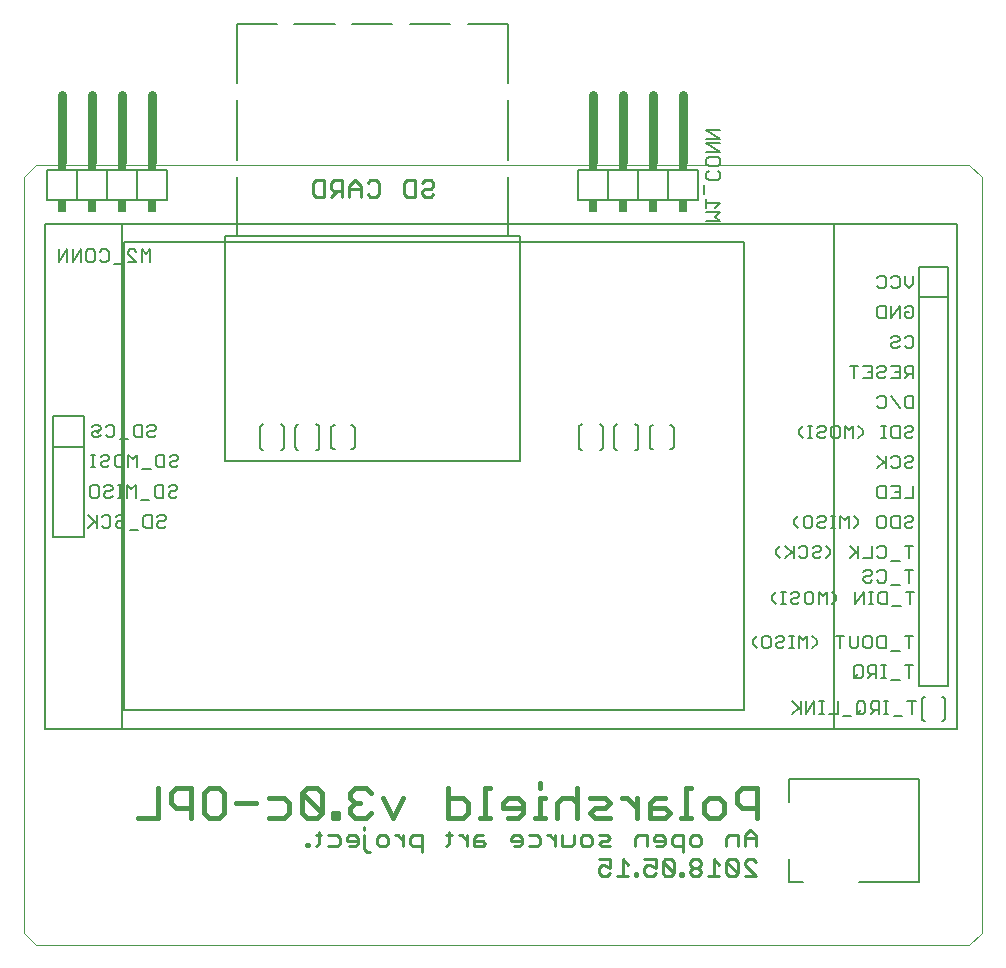
<source format=gbo>
G75*
%MOIN*%
%OFA0B0*%
%FSLAX25Y25*%
%IPPOS*%
%LPD*%
%AMOC8*
5,1,8,0,0,1.08239X$1,22.5*
%
%ADD10C,0.00000*%
%ADD11C,0.00800*%
%ADD12C,0.01000*%
%ADD13C,0.01800*%
%ADD14C,0.00500*%
%ADD15C,0.00600*%
%ADD16C,0.03000*%
%ADD17R,0.03000X0.02000*%
%ADD18R,0.03000X0.04000*%
D10*
X0001000Y0004937D02*
X0001000Y0256906D01*
X0004937Y0260843D01*
X0315961Y0260843D01*
X0320409Y0256906D01*
X0320409Y0004937D01*
X0315961Y0001000D01*
X0004937Y0001000D01*
X0001000Y0004937D01*
D11*
X0022416Y0140061D02*
X0024518Y0142163D01*
X0025218Y0141463D02*
X0022416Y0144265D01*
X0025218Y0144265D02*
X0025218Y0140061D01*
X0027020Y0140762D02*
X0027720Y0140061D01*
X0029122Y0140061D01*
X0029822Y0140762D01*
X0029822Y0143564D01*
X0029122Y0144265D01*
X0027720Y0144265D01*
X0027020Y0143564D01*
X0031624Y0143564D02*
X0032324Y0144265D01*
X0033725Y0144265D01*
X0034426Y0143564D01*
X0034426Y0142864D01*
X0033725Y0142163D01*
X0032324Y0142163D01*
X0031624Y0141463D01*
X0031624Y0140762D01*
X0032324Y0140061D01*
X0033725Y0140061D01*
X0034426Y0140762D01*
X0036228Y0139361D02*
X0039030Y0139361D01*
X0040831Y0140762D02*
X0040831Y0143564D01*
X0041532Y0144265D01*
X0043634Y0144265D01*
X0043634Y0140061D01*
X0041532Y0140061D01*
X0040831Y0140762D01*
X0045435Y0140762D02*
X0046136Y0140061D01*
X0047537Y0140061D01*
X0048238Y0140762D01*
X0047537Y0142163D02*
X0048238Y0142864D01*
X0048238Y0143564D01*
X0047537Y0144265D01*
X0046136Y0144265D01*
X0045435Y0143564D01*
X0046136Y0142163D02*
X0045435Y0141463D01*
X0045435Y0140762D01*
X0046136Y0142163D02*
X0047537Y0142163D01*
X0047413Y0150061D02*
X0045312Y0150061D01*
X0044611Y0150762D01*
X0044611Y0153564D01*
X0045312Y0154265D01*
X0047413Y0154265D01*
X0047413Y0150061D01*
X0049215Y0150762D02*
X0049916Y0150061D01*
X0051317Y0150061D01*
X0052017Y0150762D01*
X0051317Y0152163D02*
X0049916Y0152163D01*
X0049215Y0151463D01*
X0049215Y0150762D01*
X0051317Y0152163D02*
X0052017Y0152864D01*
X0052017Y0153564D01*
X0051317Y0154265D01*
X0049916Y0154265D01*
X0049215Y0153564D01*
X0050309Y0160219D02*
X0051710Y0160219D01*
X0052411Y0160919D01*
X0051710Y0162321D02*
X0050309Y0162321D01*
X0049609Y0161620D01*
X0049609Y0160919D01*
X0050309Y0160219D01*
X0047807Y0160219D02*
X0045705Y0160219D01*
X0045005Y0160919D01*
X0045005Y0163722D01*
X0045705Y0164422D01*
X0047807Y0164422D01*
X0047807Y0160219D01*
X0049609Y0163722D02*
X0050309Y0164422D01*
X0051710Y0164422D01*
X0052411Y0163722D01*
X0052411Y0163021D01*
X0051710Y0162321D01*
X0043203Y0159518D02*
X0040401Y0159518D01*
X0038599Y0160219D02*
X0038599Y0164422D01*
X0037198Y0163021D01*
X0035797Y0164422D01*
X0035797Y0160219D01*
X0033995Y0160919D02*
X0033295Y0160219D01*
X0031894Y0160219D01*
X0031193Y0160919D01*
X0031193Y0163722D01*
X0031894Y0164422D01*
X0033295Y0164422D01*
X0033995Y0163722D01*
X0033995Y0160919D01*
X0029391Y0160919D02*
X0028691Y0160219D01*
X0027290Y0160219D01*
X0026589Y0160919D01*
X0026589Y0161620D01*
X0027290Y0162321D01*
X0028691Y0162321D01*
X0029391Y0163021D01*
X0029391Y0163722D01*
X0028691Y0164422D01*
X0027290Y0164422D01*
X0026589Y0163722D01*
X0024787Y0164422D02*
X0023386Y0164422D01*
X0024087Y0164422D02*
X0024087Y0160219D01*
X0024787Y0160219D02*
X0023386Y0160219D01*
X0023827Y0154265D02*
X0023126Y0153564D01*
X0023126Y0150762D01*
X0023827Y0150061D01*
X0025228Y0150061D01*
X0025928Y0150762D01*
X0025928Y0153564D01*
X0025228Y0154265D01*
X0023827Y0154265D01*
X0027730Y0153564D02*
X0028431Y0154265D01*
X0029832Y0154265D01*
X0030532Y0153564D01*
X0030532Y0152864D01*
X0029832Y0152163D01*
X0028431Y0152163D01*
X0027730Y0151463D01*
X0027730Y0150762D01*
X0028431Y0150061D01*
X0029832Y0150061D01*
X0030532Y0150762D01*
X0032200Y0150061D02*
X0033602Y0150061D01*
X0032901Y0150061D02*
X0032901Y0154265D01*
X0033602Y0154265D02*
X0032200Y0154265D01*
X0035403Y0154265D02*
X0035403Y0150061D01*
X0038206Y0150061D02*
X0038206Y0154265D01*
X0036804Y0152864D01*
X0035403Y0154265D01*
X0040007Y0149361D02*
X0042809Y0149361D01*
X0035723Y0169518D02*
X0032920Y0169518D01*
X0031119Y0170919D02*
X0030418Y0170219D01*
X0029017Y0170219D01*
X0028317Y0170919D01*
X0026515Y0170919D02*
X0025814Y0170219D01*
X0024413Y0170219D01*
X0023713Y0170919D01*
X0023713Y0171620D01*
X0024413Y0172321D01*
X0025814Y0172321D01*
X0026515Y0173021D01*
X0026515Y0173722D01*
X0025814Y0174422D01*
X0024413Y0174422D01*
X0023713Y0173722D01*
X0028317Y0173722D02*
X0029017Y0174422D01*
X0030418Y0174422D01*
X0031119Y0173722D01*
X0031119Y0170919D01*
X0037524Y0170919D02*
X0037524Y0173722D01*
X0038225Y0174422D01*
X0040327Y0174422D01*
X0040327Y0170219D01*
X0038225Y0170219D01*
X0037524Y0170919D01*
X0042128Y0170919D02*
X0042829Y0170219D01*
X0044230Y0170219D01*
X0044931Y0170919D01*
X0044230Y0172321D02*
X0042829Y0172321D01*
X0042128Y0171620D01*
X0042128Y0170919D01*
X0044230Y0172321D02*
X0044931Y0173021D01*
X0044931Y0173722D01*
X0044230Y0174422D01*
X0042829Y0174422D01*
X0042128Y0173722D01*
X0079677Y0173541D02*
X0079677Y0167041D01*
X0079679Y0166981D01*
X0079684Y0166920D01*
X0079693Y0166861D01*
X0079706Y0166802D01*
X0079722Y0166743D01*
X0079742Y0166686D01*
X0079765Y0166631D01*
X0079792Y0166576D01*
X0079821Y0166524D01*
X0079854Y0166473D01*
X0079890Y0166424D01*
X0079928Y0166378D01*
X0079970Y0166334D01*
X0080014Y0166292D01*
X0080060Y0166254D01*
X0080109Y0166218D01*
X0080160Y0166185D01*
X0080212Y0166156D01*
X0080267Y0166129D01*
X0080322Y0166106D01*
X0080379Y0166086D01*
X0080438Y0166070D01*
X0080497Y0166057D01*
X0080556Y0166048D01*
X0080617Y0166043D01*
X0080677Y0166041D01*
X0086677Y0166041D02*
X0086737Y0166043D01*
X0086798Y0166048D01*
X0086857Y0166057D01*
X0086916Y0166070D01*
X0086975Y0166086D01*
X0087032Y0166106D01*
X0087087Y0166129D01*
X0087142Y0166156D01*
X0087194Y0166185D01*
X0087245Y0166218D01*
X0087294Y0166254D01*
X0087340Y0166292D01*
X0087384Y0166334D01*
X0087426Y0166378D01*
X0087464Y0166424D01*
X0087500Y0166473D01*
X0087533Y0166524D01*
X0087562Y0166576D01*
X0087589Y0166631D01*
X0087612Y0166686D01*
X0087632Y0166743D01*
X0087648Y0166802D01*
X0087661Y0166861D01*
X0087670Y0166920D01*
X0087675Y0166981D01*
X0087677Y0167041D01*
X0087677Y0173541D01*
X0087675Y0173601D01*
X0087670Y0173662D01*
X0087661Y0173721D01*
X0087648Y0173780D01*
X0087632Y0173839D01*
X0087612Y0173896D01*
X0087589Y0173951D01*
X0087562Y0174006D01*
X0087533Y0174058D01*
X0087500Y0174109D01*
X0087464Y0174158D01*
X0087426Y0174204D01*
X0087384Y0174248D01*
X0087340Y0174290D01*
X0087294Y0174328D01*
X0087245Y0174364D01*
X0087194Y0174397D01*
X0087142Y0174426D01*
X0087087Y0174453D01*
X0087032Y0174476D01*
X0086975Y0174496D01*
X0086916Y0174512D01*
X0086857Y0174525D01*
X0086798Y0174534D01*
X0086737Y0174539D01*
X0086677Y0174541D01*
X0080677Y0174541D02*
X0080617Y0174539D01*
X0080556Y0174534D01*
X0080497Y0174525D01*
X0080438Y0174512D01*
X0080379Y0174496D01*
X0080322Y0174476D01*
X0080267Y0174453D01*
X0080212Y0174426D01*
X0080160Y0174397D01*
X0080109Y0174364D01*
X0080060Y0174328D01*
X0080014Y0174290D01*
X0079970Y0174248D01*
X0079928Y0174204D01*
X0079890Y0174158D01*
X0079854Y0174109D01*
X0079821Y0174058D01*
X0079792Y0174006D01*
X0079765Y0173951D01*
X0079742Y0173896D01*
X0079722Y0173839D01*
X0079706Y0173780D01*
X0079693Y0173721D01*
X0079684Y0173662D01*
X0079679Y0173601D01*
X0079677Y0173541D01*
X0091488Y0173541D02*
X0091488Y0167041D01*
X0091490Y0166981D01*
X0091495Y0166920D01*
X0091504Y0166861D01*
X0091517Y0166802D01*
X0091533Y0166743D01*
X0091553Y0166686D01*
X0091576Y0166631D01*
X0091603Y0166576D01*
X0091632Y0166524D01*
X0091665Y0166473D01*
X0091701Y0166424D01*
X0091739Y0166378D01*
X0091781Y0166334D01*
X0091825Y0166292D01*
X0091871Y0166254D01*
X0091920Y0166218D01*
X0091971Y0166185D01*
X0092023Y0166156D01*
X0092078Y0166129D01*
X0092133Y0166106D01*
X0092190Y0166086D01*
X0092249Y0166070D01*
X0092308Y0166057D01*
X0092367Y0166048D01*
X0092428Y0166043D01*
X0092488Y0166041D01*
X0098488Y0166041D02*
X0098548Y0166043D01*
X0098609Y0166048D01*
X0098668Y0166057D01*
X0098727Y0166070D01*
X0098786Y0166086D01*
X0098843Y0166106D01*
X0098898Y0166129D01*
X0098953Y0166156D01*
X0099005Y0166185D01*
X0099056Y0166218D01*
X0099105Y0166254D01*
X0099151Y0166292D01*
X0099195Y0166334D01*
X0099237Y0166378D01*
X0099275Y0166424D01*
X0099311Y0166473D01*
X0099344Y0166524D01*
X0099373Y0166576D01*
X0099400Y0166631D01*
X0099423Y0166686D01*
X0099443Y0166743D01*
X0099459Y0166802D01*
X0099472Y0166861D01*
X0099481Y0166920D01*
X0099486Y0166981D01*
X0099488Y0167041D01*
X0099488Y0173541D01*
X0099486Y0173601D01*
X0099481Y0173662D01*
X0099472Y0173721D01*
X0099459Y0173780D01*
X0099443Y0173839D01*
X0099423Y0173896D01*
X0099400Y0173951D01*
X0099373Y0174006D01*
X0099344Y0174058D01*
X0099311Y0174109D01*
X0099275Y0174158D01*
X0099237Y0174204D01*
X0099195Y0174248D01*
X0099151Y0174290D01*
X0099105Y0174328D01*
X0099056Y0174364D01*
X0099005Y0174397D01*
X0098953Y0174426D01*
X0098898Y0174453D01*
X0098843Y0174476D01*
X0098786Y0174496D01*
X0098727Y0174512D01*
X0098668Y0174525D01*
X0098609Y0174534D01*
X0098548Y0174539D01*
X0098488Y0174541D01*
X0103362Y0173441D02*
X0103362Y0167142D01*
X0103361Y0167142D02*
X0103376Y0167081D01*
X0103394Y0167020D01*
X0103416Y0166961D01*
X0103441Y0166903D01*
X0103471Y0166848D01*
X0103503Y0166794D01*
X0103539Y0166742D01*
X0103578Y0166692D01*
X0103620Y0166645D01*
X0103665Y0166601D01*
X0103713Y0166560D01*
X0103763Y0166522D01*
X0103816Y0166487D01*
X0103870Y0166455D01*
X0103927Y0166427D01*
X0103985Y0166402D01*
X0104044Y0166381D01*
X0104105Y0166364D01*
X0104167Y0166351D01*
X0104229Y0166342D01*
X0104292Y0166336D01*
X0104355Y0166335D01*
X0104418Y0166338D01*
X0104481Y0166344D01*
X0104543Y0166354D01*
X0110055Y0166354D02*
X0110115Y0166344D01*
X0110175Y0166338D01*
X0110236Y0166335D01*
X0110296Y0166336D01*
X0110357Y0166340D01*
X0110417Y0166349D01*
X0110476Y0166360D01*
X0110535Y0166376D01*
X0110593Y0166395D01*
X0110649Y0166417D01*
X0110704Y0166443D01*
X0110757Y0166472D01*
X0110809Y0166504D01*
X0110858Y0166539D01*
X0110906Y0166577D01*
X0110950Y0166618D01*
X0110993Y0166661D01*
X0111032Y0166707D01*
X0111069Y0166755D01*
X0111103Y0166806D01*
X0111133Y0166858D01*
X0111161Y0166912D01*
X0111185Y0166968D01*
X0111206Y0167025D01*
X0111223Y0167083D01*
X0111237Y0167142D01*
X0111236Y0167142D02*
X0111236Y0173441D01*
X0111237Y0173441D02*
X0111223Y0173500D01*
X0111206Y0173558D01*
X0111185Y0173615D01*
X0111161Y0173671D01*
X0111133Y0173725D01*
X0111103Y0173777D01*
X0111069Y0173828D01*
X0111032Y0173876D01*
X0110993Y0173922D01*
X0110950Y0173965D01*
X0110906Y0174006D01*
X0110858Y0174044D01*
X0110809Y0174079D01*
X0110757Y0174111D01*
X0110704Y0174140D01*
X0110649Y0174166D01*
X0110593Y0174188D01*
X0110535Y0174207D01*
X0110476Y0174223D01*
X0110417Y0174234D01*
X0110357Y0174243D01*
X0110296Y0174247D01*
X0110236Y0174248D01*
X0110175Y0174245D01*
X0110115Y0174239D01*
X0110055Y0174229D01*
X0104543Y0174229D02*
X0104481Y0174239D01*
X0104418Y0174245D01*
X0104355Y0174248D01*
X0104292Y0174247D01*
X0104229Y0174241D01*
X0104167Y0174232D01*
X0104105Y0174219D01*
X0104044Y0174202D01*
X0103985Y0174181D01*
X0103927Y0174156D01*
X0103870Y0174128D01*
X0103816Y0174096D01*
X0103763Y0174061D01*
X0103713Y0174023D01*
X0103665Y0173982D01*
X0103620Y0173938D01*
X0103578Y0173891D01*
X0103539Y0173841D01*
X0103503Y0173789D01*
X0103471Y0173735D01*
X0103441Y0173680D01*
X0103416Y0173622D01*
X0103394Y0173563D01*
X0103376Y0173502D01*
X0103361Y0173441D01*
X0092488Y0174541D02*
X0092428Y0174539D01*
X0092367Y0174534D01*
X0092308Y0174525D01*
X0092249Y0174512D01*
X0092190Y0174496D01*
X0092133Y0174476D01*
X0092078Y0174453D01*
X0092023Y0174426D01*
X0091971Y0174397D01*
X0091920Y0174364D01*
X0091871Y0174328D01*
X0091825Y0174290D01*
X0091781Y0174248D01*
X0091739Y0174204D01*
X0091701Y0174158D01*
X0091665Y0174109D01*
X0091632Y0174058D01*
X0091603Y0174006D01*
X0091576Y0173951D01*
X0091553Y0173896D01*
X0091533Y0173839D01*
X0091517Y0173780D01*
X0091504Y0173721D01*
X0091495Y0173662D01*
X0091490Y0173601D01*
X0091488Y0173541D01*
X0043024Y0228624D02*
X0043024Y0232828D01*
X0041623Y0231427D01*
X0040222Y0232828D01*
X0040222Y0228624D01*
X0038420Y0228624D02*
X0035618Y0231427D01*
X0035618Y0232127D01*
X0036319Y0232828D01*
X0037720Y0232828D01*
X0038420Y0232127D01*
X0038420Y0228624D02*
X0035618Y0228624D01*
X0033817Y0227924D02*
X0031014Y0227924D01*
X0029213Y0229325D02*
X0028512Y0228624D01*
X0027111Y0228624D01*
X0026410Y0229325D01*
X0024609Y0229325D02*
X0023908Y0228624D01*
X0022507Y0228624D01*
X0021806Y0229325D01*
X0021806Y0232127D01*
X0022507Y0232828D01*
X0023908Y0232828D01*
X0024609Y0232127D01*
X0024609Y0229325D01*
X0026410Y0232127D02*
X0027111Y0232828D01*
X0028512Y0232828D01*
X0029213Y0232127D01*
X0029213Y0229325D01*
X0020005Y0228624D02*
X0020005Y0232828D01*
X0017202Y0228624D01*
X0017202Y0232828D01*
X0015401Y0232828D02*
X0012598Y0228624D01*
X0012598Y0232828D01*
X0015401Y0232828D02*
X0015401Y0228624D01*
X0185976Y0173541D02*
X0185976Y0167041D01*
X0185978Y0166981D01*
X0185983Y0166920D01*
X0185992Y0166861D01*
X0186005Y0166802D01*
X0186021Y0166743D01*
X0186041Y0166686D01*
X0186064Y0166631D01*
X0186091Y0166576D01*
X0186120Y0166524D01*
X0186153Y0166473D01*
X0186189Y0166424D01*
X0186227Y0166378D01*
X0186269Y0166334D01*
X0186313Y0166292D01*
X0186359Y0166254D01*
X0186408Y0166218D01*
X0186459Y0166185D01*
X0186511Y0166156D01*
X0186566Y0166129D01*
X0186621Y0166106D01*
X0186678Y0166086D01*
X0186737Y0166070D01*
X0186796Y0166057D01*
X0186855Y0166048D01*
X0186916Y0166043D01*
X0186976Y0166041D01*
X0192976Y0166041D02*
X0193036Y0166043D01*
X0193097Y0166048D01*
X0193156Y0166057D01*
X0193215Y0166070D01*
X0193274Y0166086D01*
X0193331Y0166106D01*
X0193386Y0166129D01*
X0193441Y0166156D01*
X0193493Y0166185D01*
X0193544Y0166218D01*
X0193593Y0166254D01*
X0193639Y0166292D01*
X0193683Y0166334D01*
X0193725Y0166378D01*
X0193763Y0166424D01*
X0193799Y0166473D01*
X0193832Y0166524D01*
X0193861Y0166576D01*
X0193888Y0166631D01*
X0193911Y0166686D01*
X0193931Y0166743D01*
X0193947Y0166802D01*
X0193960Y0166861D01*
X0193969Y0166920D01*
X0193974Y0166981D01*
X0193976Y0167041D01*
X0193976Y0173541D01*
X0193974Y0173601D01*
X0193969Y0173662D01*
X0193960Y0173721D01*
X0193947Y0173780D01*
X0193931Y0173839D01*
X0193911Y0173896D01*
X0193888Y0173951D01*
X0193861Y0174006D01*
X0193832Y0174058D01*
X0193799Y0174109D01*
X0193763Y0174158D01*
X0193725Y0174204D01*
X0193683Y0174248D01*
X0193639Y0174290D01*
X0193593Y0174328D01*
X0193544Y0174364D01*
X0193493Y0174397D01*
X0193441Y0174426D01*
X0193386Y0174453D01*
X0193331Y0174476D01*
X0193274Y0174496D01*
X0193215Y0174512D01*
X0193156Y0174525D01*
X0193097Y0174534D01*
X0193036Y0174539D01*
X0192976Y0174541D01*
X0197787Y0173541D02*
X0197787Y0167041D01*
X0197789Y0166981D01*
X0197794Y0166920D01*
X0197803Y0166861D01*
X0197816Y0166802D01*
X0197832Y0166743D01*
X0197852Y0166686D01*
X0197875Y0166631D01*
X0197902Y0166576D01*
X0197931Y0166524D01*
X0197964Y0166473D01*
X0198000Y0166424D01*
X0198038Y0166378D01*
X0198080Y0166334D01*
X0198124Y0166292D01*
X0198170Y0166254D01*
X0198219Y0166218D01*
X0198270Y0166185D01*
X0198322Y0166156D01*
X0198377Y0166129D01*
X0198432Y0166106D01*
X0198489Y0166086D01*
X0198548Y0166070D01*
X0198607Y0166057D01*
X0198666Y0166048D01*
X0198727Y0166043D01*
X0198787Y0166041D01*
X0204787Y0166041D02*
X0204847Y0166043D01*
X0204908Y0166048D01*
X0204967Y0166057D01*
X0205026Y0166070D01*
X0205085Y0166086D01*
X0205142Y0166106D01*
X0205197Y0166129D01*
X0205252Y0166156D01*
X0205304Y0166185D01*
X0205355Y0166218D01*
X0205404Y0166254D01*
X0205450Y0166292D01*
X0205494Y0166334D01*
X0205536Y0166378D01*
X0205574Y0166424D01*
X0205610Y0166473D01*
X0205643Y0166524D01*
X0205672Y0166576D01*
X0205699Y0166631D01*
X0205722Y0166686D01*
X0205742Y0166743D01*
X0205758Y0166802D01*
X0205771Y0166861D01*
X0205780Y0166920D01*
X0205785Y0166981D01*
X0205787Y0167041D01*
X0205787Y0173541D01*
X0205785Y0173601D01*
X0205780Y0173662D01*
X0205771Y0173721D01*
X0205758Y0173780D01*
X0205742Y0173839D01*
X0205722Y0173896D01*
X0205699Y0173951D01*
X0205672Y0174006D01*
X0205643Y0174058D01*
X0205610Y0174109D01*
X0205574Y0174158D01*
X0205536Y0174204D01*
X0205494Y0174248D01*
X0205450Y0174290D01*
X0205404Y0174328D01*
X0205355Y0174364D01*
X0205304Y0174397D01*
X0205252Y0174426D01*
X0205197Y0174453D01*
X0205142Y0174476D01*
X0205085Y0174496D01*
X0205026Y0174512D01*
X0204967Y0174525D01*
X0204908Y0174534D01*
X0204847Y0174539D01*
X0204787Y0174541D01*
X0209661Y0173441D02*
X0209661Y0167142D01*
X0209676Y0167081D01*
X0209694Y0167020D01*
X0209716Y0166961D01*
X0209741Y0166903D01*
X0209771Y0166848D01*
X0209803Y0166794D01*
X0209839Y0166742D01*
X0209878Y0166692D01*
X0209920Y0166645D01*
X0209965Y0166601D01*
X0210013Y0166560D01*
X0210063Y0166522D01*
X0210116Y0166487D01*
X0210170Y0166455D01*
X0210227Y0166427D01*
X0210285Y0166402D01*
X0210344Y0166381D01*
X0210405Y0166364D01*
X0210467Y0166351D01*
X0210529Y0166342D01*
X0210592Y0166336D01*
X0210655Y0166335D01*
X0210718Y0166338D01*
X0210781Y0166344D01*
X0210843Y0166354D01*
X0216354Y0166354D02*
X0216414Y0166344D01*
X0216474Y0166338D01*
X0216535Y0166335D01*
X0216595Y0166336D01*
X0216656Y0166340D01*
X0216716Y0166349D01*
X0216775Y0166360D01*
X0216834Y0166376D01*
X0216892Y0166395D01*
X0216948Y0166417D01*
X0217003Y0166443D01*
X0217056Y0166472D01*
X0217108Y0166504D01*
X0217157Y0166539D01*
X0217205Y0166577D01*
X0217249Y0166618D01*
X0217292Y0166661D01*
X0217331Y0166707D01*
X0217368Y0166755D01*
X0217402Y0166806D01*
X0217432Y0166858D01*
X0217460Y0166912D01*
X0217484Y0166968D01*
X0217505Y0167025D01*
X0217522Y0167083D01*
X0217536Y0167142D01*
X0217535Y0167142D02*
X0217535Y0173441D01*
X0217536Y0173441D02*
X0217522Y0173500D01*
X0217505Y0173558D01*
X0217484Y0173615D01*
X0217460Y0173671D01*
X0217432Y0173725D01*
X0217402Y0173777D01*
X0217368Y0173828D01*
X0217331Y0173876D01*
X0217292Y0173922D01*
X0217249Y0173965D01*
X0217205Y0174006D01*
X0217157Y0174044D01*
X0217108Y0174079D01*
X0217056Y0174111D01*
X0217003Y0174140D01*
X0216948Y0174166D01*
X0216892Y0174188D01*
X0216834Y0174207D01*
X0216775Y0174223D01*
X0216716Y0174234D01*
X0216656Y0174243D01*
X0216595Y0174247D01*
X0216535Y0174248D01*
X0216474Y0174245D01*
X0216414Y0174239D01*
X0216354Y0174229D01*
X0210843Y0174229D02*
X0210781Y0174239D01*
X0210718Y0174245D01*
X0210655Y0174248D01*
X0210592Y0174247D01*
X0210529Y0174241D01*
X0210467Y0174232D01*
X0210405Y0174219D01*
X0210344Y0174202D01*
X0210285Y0174181D01*
X0210227Y0174156D01*
X0210170Y0174128D01*
X0210116Y0174096D01*
X0210063Y0174061D01*
X0210013Y0174023D01*
X0209965Y0173982D01*
X0209920Y0173938D01*
X0209878Y0173891D01*
X0209839Y0173841D01*
X0209803Y0173789D01*
X0209771Y0173735D01*
X0209741Y0173680D01*
X0209716Y0173622D01*
X0209694Y0173563D01*
X0209676Y0173502D01*
X0209661Y0173441D01*
X0198787Y0174541D02*
X0198727Y0174539D01*
X0198666Y0174534D01*
X0198607Y0174525D01*
X0198548Y0174512D01*
X0198489Y0174496D01*
X0198432Y0174476D01*
X0198377Y0174453D01*
X0198322Y0174426D01*
X0198270Y0174397D01*
X0198219Y0174364D01*
X0198170Y0174328D01*
X0198124Y0174290D01*
X0198080Y0174248D01*
X0198038Y0174204D01*
X0198000Y0174158D01*
X0197964Y0174109D01*
X0197931Y0174058D01*
X0197902Y0174006D01*
X0197875Y0173951D01*
X0197852Y0173896D01*
X0197832Y0173839D01*
X0197816Y0173780D01*
X0197803Y0173721D01*
X0197794Y0173662D01*
X0197789Y0173601D01*
X0197787Y0173541D01*
X0186976Y0174541D02*
X0186916Y0174539D01*
X0186855Y0174534D01*
X0186796Y0174525D01*
X0186737Y0174512D01*
X0186678Y0174496D01*
X0186621Y0174476D01*
X0186566Y0174453D01*
X0186511Y0174426D01*
X0186459Y0174397D01*
X0186408Y0174364D01*
X0186359Y0174328D01*
X0186313Y0174290D01*
X0186269Y0174248D01*
X0186227Y0174204D01*
X0186189Y0174158D01*
X0186153Y0174109D01*
X0186120Y0174058D01*
X0186091Y0174006D01*
X0186064Y0173951D01*
X0186041Y0173896D01*
X0186021Y0173839D01*
X0186005Y0173780D01*
X0185992Y0173721D01*
X0185983Y0173662D01*
X0185978Y0173601D01*
X0185976Y0173541D01*
X0250404Y0117352D02*
X0251805Y0118753D01*
X0253473Y0118753D02*
X0254874Y0118753D01*
X0254174Y0118753D02*
X0254174Y0114550D01*
X0254874Y0114550D02*
X0253473Y0114550D01*
X0251805Y0114550D02*
X0250404Y0115951D01*
X0250404Y0117352D01*
X0256676Y0118053D02*
X0257376Y0118753D01*
X0258777Y0118753D01*
X0259478Y0118053D01*
X0259478Y0117352D01*
X0258777Y0116651D01*
X0257376Y0116651D01*
X0256676Y0115951D01*
X0256676Y0115250D01*
X0257376Y0114550D01*
X0258777Y0114550D01*
X0259478Y0115250D01*
X0261280Y0115250D02*
X0261280Y0118053D01*
X0261980Y0118753D01*
X0263381Y0118753D01*
X0264082Y0118053D01*
X0264082Y0115250D01*
X0263381Y0114550D01*
X0261980Y0114550D01*
X0261280Y0115250D01*
X0265884Y0114550D02*
X0265884Y0118753D01*
X0267285Y0117352D01*
X0268686Y0118753D01*
X0268686Y0114550D01*
X0270354Y0114550D02*
X0271755Y0115951D01*
X0271755Y0117352D01*
X0270354Y0118753D01*
X0278161Y0118753D02*
X0278161Y0114550D01*
X0280963Y0118753D01*
X0280963Y0114550D01*
X0282631Y0114550D02*
X0284032Y0114550D01*
X0283332Y0114550D02*
X0283332Y0118753D01*
X0284032Y0118753D02*
X0282631Y0118753D01*
X0282938Y0121794D02*
X0281537Y0121794D01*
X0280836Y0122494D01*
X0280836Y0123195D01*
X0281537Y0123895D01*
X0282938Y0123895D01*
X0283639Y0124596D01*
X0283639Y0125297D01*
X0282938Y0125997D01*
X0281537Y0125997D01*
X0280836Y0125297D01*
X0283639Y0122494D02*
X0282938Y0121794D01*
X0285440Y0122494D02*
X0286141Y0121794D01*
X0287542Y0121794D01*
X0288243Y0122494D01*
X0288243Y0125297D01*
X0287542Y0125997D01*
X0286141Y0125997D01*
X0285440Y0125297D01*
X0286141Y0129825D02*
X0285440Y0130526D01*
X0286141Y0129825D02*
X0287542Y0129825D01*
X0288243Y0130526D01*
X0288243Y0133328D01*
X0287542Y0134029D01*
X0286141Y0134029D01*
X0285440Y0133328D01*
X0283639Y0134029D02*
X0283639Y0129825D01*
X0280836Y0129825D01*
X0279035Y0129825D02*
X0279035Y0134029D01*
X0278334Y0131927D02*
X0276232Y0129825D01*
X0279035Y0131226D02*
X0276232Y0134029D01*
X0275965Y0139825D02*
X0275965Y0144029D01*
X0274564Y0142628D01*
X0273163Y0144029D01*
X0273163Y0139825D01*
X0271361Y0139825D02*
X0269960Y0139825D01*
X0270661Y0139825D02*
X0270661Y0144029D01*
X0271361Y0144029D02*
X0269960Y0144029D01*
X0268292Y0143328D02*
X0268292Y0142628D01*
X0267592Y0141927D01*
X0266190Y0141927D01*
X0265490Y0141226D01*
X0265490Y0140526D01*
X0266190Y0139825D01*
X0267592Y0139825D01*
X0268292Y0140526D01*
X0268292Y0143328D02*
X0267592Y0144029D01*
X0266190Y0144029D01*
X0265490Y0143328D01*
X0263688Y0143328D02*
X0263688Y0140526D01*
X0262988Y0139825D01*
X0261586Y0139825D01*
X0260886Y0140526D01*
X0260886Y0143328D01*
X0261586Y0144029D01*
X0262988Y0144029D01*
X0263688Y0143328D01*
X0259084Y0144029D02*
X0257683Y0142628D01*
X0257683Y0141226D01*
X0259084Y0139825D01*
X0260052Y0134029D02*
X0261453Y0134029D01*
X0262154Y0133328D01*
X0262154Y0130526D01*
X0261453Y0129825D01*
X0260052Y0129825D01*
X0259351Y0130526D01*
X0257550Y0131226D02*
X0254747Y0134029D01*
X0252946Y0134029D02*
X0251545Y0132628D01*
X0251545Y0131226D01*
X0252946Y0129825D01*
X0254747Y0129825D02*
X0256849Y0131927D01*
X0257550Y0134029D02*
X0257550Y0129825D01*
X0259351Y0133328D02*
X0260052Y0134029D01*
X0263955Y0133328D02*
X0264656Y0134029D01*
X0266057Y0134029D01*
X0266758Y0133328D01*
X0266758Y0132628D01*
X0266057Y0131927D01*
X0264656Y0131927D01*
X0263955Y0131226D01*
X0263955Y0130526D01*
X0264656Y0129825D01*
X0266057Y0129825D01*
X0266758Y0130526D01*
X0268426Y0129825D02*
X0269827Y0131226D01*
X0269827Y0132628D01*
X0268426Y0134029D01*
X0277634Y0139825D02*
X0279035Y0141226D01*
X0279035Y0142628D01*
X0277634Y0144029D01*
X0285440Y0143328D02*
X0285440Y0140526D01*
X0286141Y0139825D01*
X0287542Y0139825D01*
X0288243Y0140526D01*
X0288243Y0143328D01*
X0287542Y0144029D01*
X0286141Y0144029D01*
X0285440Y0143328D01*
X0290044Y0143328D02*
X0290044Y0140526D01*
X0290745Y0139825D01*
X0292846Y0139825D01*
X0292846Y0144029D01*
X0290745Y0144029D01*
X0290044Y0143328D01*
X0294648Y0143328D02*
X0295349Y0144029D01*
X0296750Y0144029D01*
X0297450Y0143328D01*
X0297450Y0142628D01*
X0296750Y0141927D01*
X0295349Y0141927D01*
X0294648Y0141226D01*
X0294648Y0140526D01*
X0295349Y0139825D01*
X0296750Y0139825D01*
X0297450Y0140526D01*
X0297450Y0134029D02*
X0294648Y0134029D01*
X0296049Y0134029D02*
X0296049Y0129825D01*
X0292846Y0129125D02*
X0290044Y0129125D01*
X0294648Y0125997D02*
X0297450Y0125997D01*
X0296049Y0125997D02*
X0296049Y0121794D01*
X0296443Y0118753D02*
X0296443Y0114550D01*
X0293240Y0113849D02*
X0290438Y0113849D01*
X0288636Y0114550D02*
X0286534Y0114550D01*
X0285834Y0115250D01*
X0285834Y0118053D01*
X0286534Y0118753D01*
X0288636Y0118753D01*
X0288636Y0114550D01*
X0290044Y0121093D02*
X0292846Y0121093D01*
X0295042Y0118753D02*
X0297844Y0118753D01*
X0297450Y0104029D02*
X0294648Y0104029D01*
X0296049Y0104029D02*
X0296049Y0099825D01*
X0292846Y0099125D02*
X0290044Y0099125D01*
X0288243Y0099825D02*
X0288243Y0104029D01*
X0286141Y0104029D01*
X0285440Y0103328D01*
X0285440Y0100526D01*
X0286141Y0099825D01*
X0288243Y0099825D01*
X0283639Y0100526D02*
X0283639Y0103328D01*
X0282938Y0104029D01*
X0281537Y0104029D01*
X0280836Y0103328D01*
X0280836Y0100526D01*
X0281537Y0099825D01*
X0282938Y0099825D01*
X0283639Y0100526D01*
X0279035Y0100526D02*
X0278334Y0099825D01*
X0276933Y0099825D01*
X0276232Y0100526D01*
X0276232Y0104029D01*
X0274431Y0104029D02*
X0271628Y0104029D01*
X0273030Y0104029D02*
X0273030Y0099825D01*
X0279035Y0100526D02*
X0279035Y0104029D01*
X0278468Y0094186D02*
X0277767Y0093486D01*
X0277767Y0090683D01*
X0278468Y0089983D01*
X0279869Y0089983D01*
X0280569Y0090683D01*
X0280569Y0093486D01*
X0279869Y0094186D01*
X0278468Y0094186D01*
X0279168Y0091384D02*
X0277767Y0089983D01*
X0282371Y0089983D02*
X0283772Y0091384D01*
X0283071Y0091384D02*
X0285173Y0091384D01*
X0285173Y0089983D02*
X0285173Y0094186D01*
X0283071Y0094186D01*
X0282371Y0093486D01*
X0282371Y0092084D01*
X0283071Y0091384D01*
X0286841Y0089983D02*
X0288243Y0089983D01*
X0287542Y0089983D02*
X0287542Y0094186D01*
X0288243Y0094186D02*
X0286841Y0094186D01*
X0290044Y0089282D02*
X0292846Y0089282D01*
X0296049Y0089983D02*
X0296049Y0094186D01*
X0297450Y0094186D02*
X0294648Y0094186D01*
X0295467Y0082174D02*
X0298269Y0082174D01*
X0296868Y0082174D02*
X0296868Y0077971D01*
X0293665Y0077270D02*
X0290863Y0077270D01*
X0289061Y0077971D02*
X0287660Y0077971D01*
X0288361Y0077971D02*
X0288361Y0082174D01*
X0289061Y0082174D02*
X0287660Y0082174D01*
X0285992Y0082174D02*
X0285992Y0077971D01*
X0285992Y0079372D02*
X0283890Y0079372D01*
X0283190Y0080073D01*
X0283190Y0081474D01*
X0283890Y0082174D01*
X0285992Y0082174D01*
X0284591Y0079372D02*
X0283190Y0077971D01*
X0281388Y0078671D02*
X0281388Y0081474D01*
X0280688Y0082174D01*
X0279286Y0082174D01*
X0278586Y0081474D01*
X0278586Y0078671D01*
X0279286Y0077971D01*
X0280688Y0077971D01*
X0281388Y0078671D01*
X0279987Y0079372D02*
X0278586Y0077971D01*
X0276784Y0077270D02*
X0273982Y0077270D01*
X0272180Y0077971D02*
X0269378Y0077971D01*
X0267576Y0077971D02*
X0266175Y0077971D01*
X0266876Y0077971D02*
X0266876Y0082174D01*
X0267576Y0082174D02*
X0266175Y0082174D01*
X0264507Y0082174D02*
X0261705Y0077971D01*
X0261705Y0082174D01*
X0259903Y0082174D02*
X0259903Y0077971D01*
X0259903Y0079372D02*
X0257101Y0082174D01*
X0259203Y0080073D02*
X0257101Y0077971D01*
X0264507Y0077971D02*
X0264507Y0082174D01*
X0272180Y0082174D02*
X0272180Y0077971D01*
X0263822Y0099825D02*
X0265223Y0101226D01*
X0265223Y0102628D01*
X0263822Y0104029D01*
X0262154Y0104029D02*
X0262154Y0099825D01*
X0259351Y0099825D02*
X0259351Y0104029D01*
X0260752Y0102628D01*
X0262154Y0104029D01*
X0257550Y0104029D02*
X0256149Y0104029D01*
X0256849Y0104029D02*
X0256849Y0099825D01*
X0256149Y0099825D02*
X0257550Y0099825D01*
X0254480Y0100526D02*
X0253780Y0099825D01*
X0252379Y0099825D01*
X0251678Y0100526D01*
X0251678Y0101226D01*
X0252379Y0101927D01*
X0253780Y0101927D01*
X0254480Y0102628D01*
X0254480Y0103328D01*
X0253780Y0104029D01*
X0252379Y0104029D01*
X0251678Y0103328D01*
X0249877Y0103328D02*
X0249877Y0100526D01*
X0249176Y0099825D01*
X0247775Y0099825D01*
X0247074Y0100526D01*
X0247074Y0103328D01*
X0247775Y0104029D01*
X0249176Y0104029D01*
X0249877Y0103328D01*
X0245273Y0104029D02*
X0243871Y0102628D01*
X0243871Y0101226D01*
X0245273Y0099825D01*
X0255887Y0056306D02*
X0255887Y0048638D01*
X0255887Y0056306D02*
X0299213Y0056306D01*
X0299213Y0022072D01*
X0279346Y0022072D01*
X0260843Y0022072D02*
X0255887Y0022072D01*
X0255887Y0029740D01*
X0300213Y0076591D02*
X0300213Y0082890D01*
X0300212Y0082890D02*
X0300227Y0082951D01*
X0300245Y0083012D01*
X0300267Y0083071D01*
X0300292Y0083129D01*
X0300322Y0083184D01*
X0300354Y0083238D01*
X0300390Y0083290D01*
X0300429Y0083340D01*
X0300471Y0083387D01*
X0300516Y0083431D01*
X0300564Y0083472D01*
X0300614Y0083510D01*
X0300667Y0083545D01*
X0300721Y0083577D01*
X0300778Y0083605D01*
X0300836Y0083630D01*
X0300895Y0083651D01*
X0300956Y0083668D01*
X0301018Y0083681D01*
X0301080Y0083690D01*
X0301143Y0083696D01*
X0301206Y0083697D01*
X0301269Y0083694D01*
X0301332Y0083688D01*
X0301394Y0083678D01*
X0306905Y0083678D02*
X0306965Y0083688D01*
X0307025Y0083694D01*
X0307086Y0083697D01*
X0307146Y0083696D01*
X0307207Y0083692D01*
X0307267Y0083683D01*
X0307326Y0083672D01*
X0307385Y0083656D01*
X0307443Y0083637D01*
X0307499Y0083615D01*
X0307554Y0083589D01*
X0307607Y0083560D01*
X0307659Y0083528D01*
X0307708Y0083493D01*
X0307756Y0083455D01*
X0307800Y0083414D01*
X0307843Y0083371D01*
X0307882Y0083325D01*
X0307919Y0083277D01*
X0307953Y0083226D01*
X0307983Y0083174D01*
X0308011Y0083120D01*
X0308035Y0083064D01*
X0308056Y0083007D01*
X0308073Y0082949D01*
X0308087Y0082890D01*
X0308087Y0076591D01*
X0308087Y0076590D02*
X0308073Y0076531D01*
X0308056Y0076473D01*
X0308035Y0076416D01*
X0308011Y0076360D01*
X0307983Y0076306D01*
X0307953Y0076254D01*
X0307919Y0076203D01*
X0307882Y0076155D01*
X0307843Y0076109D01*
X0307800Y0076066D01*
X0307756Y0076025D01*
X0307708Y0075987D01*
X0307659Y0075952D01*
X0307607Y0075920D01*
X0307554Y0075891D01*
X0307499Y0075865D01*
X0307443Y0075843D01*
X0307385Y0075824D01*
X0307326Y0075808D01*
X0307267Y0075797D01*
X0307207Y0075788D01*
X0307146Y0075784D01*
X0307086Y0075783D01*
X0307025Y0075786D01*
X0306965Y0075792D01*
X0306905Y0075802D01*
X0301394Y0075802D02*
X0301332Y0075792D01*
X0301269Y0075786D01*
X0301206Y0075783D01*
X0301143Y0075784D01*
X0301080Y0075790D01*
X0301018Y0075799D01*
X0300956Y0075812D01*
X0300895Y0075829D01*
X0300836Y0075850D01*
X0300778Y0075875D01*
X0300721Y0075903D01*
X0300667Y0075935D01*
X0300614Y0075970D01*
X0300564Y0076008D01*
X0300516Y0076049D01*
X0300471Y0076093D01*
X0300429Y0076140D01*
X0300390Y0076190D01*
X0300354Y0076242D01*
X0300322Y0076296D01*
X0300292Y0076351D01*
X0300267Y0076409D01*
X0300245Y0076468D01*
X0300227Y0076529D01*
X0300212Y0076590D01*
X0297450Y0149825D02*
X0294648Y0149825D01*
X0292846Y0149825D02*
X0290044Y0149825D01*
X0288243Y0149825D02*
X0288243Y0154029D01*
X0286141Y0154029D01*
X0285440Y0153328D01*
X0285440Y0150526D01*
X0286141Y0149825D01*
X0288243Y0149825D01*
X0291445Y0151927D02*
X0292846Y0151927D01*
X0292846Y0154029D02*
X0292846Y0149825D01*
X0292846Y0154029D02*
X0290044Y0154029D01*
X0290745Y0159825D02*
X0290044Y0160526D01*
X0290745Y0159825D02*
X0292146Y0159825D01*
X0292846Y0160526D01*
X0292846Y0163328D01*
X0292146Y0164029D01*
X0290745Y0164029D01*
X0290044Y0163328D01*
X0288243Y0164029D02*
X0288243Y0159825D01*
X0288243Y0161226D02*
X0285440Y0164029D01*
X0287542Y0161927D02*
X0285440Y0159825D01*
X0294648Y0160526D02*
X0295349Y0159825D01*
X0296750Y0159825D01*
X0297450Y0160526D01*
X0296750Y0161927D02*
X0295349Y0161927D01*
X0294648Y0161226D01*
X0294648Y0160526D01*
X0296750Y0161927D02*
X0297450Y0162628D01*
X0297450Y0163328D01*
X0296750Y0164029D01*
X0295349Y0164029D01*
X0294648Y0163328D01*
X0295349Y0169825D02*
X0296750Y0169825D01*
X0297450Y0170526D01*
X0296750Y0171927D02*
X0295349Y0171927D01*
X0294648Y0171226D01*
X0294648Y0170526D01*
X0295349Y0169825D01*
X0292846Y0169825D02*
X0290745Y0169825D01*
X0290044Y0170526D01*
X0290044Y0173328D01*
X0290745Y0174029D01*
X0292846Y0174029D01*
X0292846Y0169825D01*
X0296750Y0171927D02*
X0297450Y0172628D01*
X0297450Y0173328D01*
X0296750Y0174029D01*
X0295349Y0174029D01*
X0294648Y0173328D01*
X0288243Y0174029D02*
X0286841Y0174029D01*
X0287542Y0174029D02*
X0287542Y0169825D01*
X0288243Y0169825D02*
X0286841Y0169825D01*
X0280569Y0171226D02*
X0280569Y0172628D01*
X0279168Y0174029D01*
X0277500Y0174029D02*
X0276099Y0172628D01*
X0274698Y0174029D01*
X0274698Y0169825D01*
X0272896Y0170526D02*
X0272196Y0169825D01*
X0270794Y0169825D01*
X0270094Y0170526D01*
X0270094Y0173328D01*
X0270794Y0174029D01*
X0272196Y0174029D01*
X0272896Y0173328D01*
X0272896Y0170526D01*
X0268292Y0170526D02*
X0267592Y0169825D01*
X0266190Y0169825D01*
X0265490Y0170526D01*
X0265490Y0171226D01*
X0266190Y0171927D01*
X0267592Y0171927D01*
X0268292Y0172628D01*
X0268292Y0173328D01*
X0267592Y0174029D01*
X0266190Y0174029D01*
X0265490Y0173328D01*
X0263688Y0174029D02*
X0262287Y0174029D01*
X0262988Y0174029D02*
X0262988Y0169825D01*
X0263688Y0169825D02*
X0262287Y0169825D01*
X0260619Y0169825D02*
X0259218Y0171226D01*
X0259218Y0172628D01*
X0260619Y0174029D01*
X0277500Y0174029D02*
X0277500Y0169825D01*
X0279168Y0169825D02*
X0280569Y0171226D01*
X0286141Y0179825D02*
X0285440Y0180526D01*
X0286141Y0179825D02*
X0287542Y0179825D01*
X0288243Y0180526D01*
X0288243Y0183328D01*
X0287542Y0184029D01*
X0286141Y0184029D01*
X0285440Y0183328D01*
X0290044Y0184029D02*
X0292846Y0179825D01*
X0294648Y0180526D02*
X0294648Y0183328D01*
X0295349Y0184029D01*
X0297450Y0184029D01*
X0297450Y0179825D01*
X0295349Y0179825D01*
X0294648Y0180526D01*
X0294648Y0189825D02*
X0296049Y0191226D01*
X0295349Y0191226D02*
X0297450Y0191226D01*
X0297450Y0189825D02*
X0297450Y0194029D01*
X0295349Y0194029D01*
X0294648Y0193328D01*
X0294648Y0191927D01*
X0295349Y0191226D01*
X0292846Y0191927D02*
X0291445Y0191927D01*
X0290044Y0194029D02*
X0292846Y0194029D01*
X0292846Y0189825D01*
X0290044Y0189825D01*
X0288243Y0190526D02*
X0287542Y0189825D01*
X0286141Y0189825D01*
X0285440Y0190526D01*
X0285440Y0191226D01*
X0286141Y0191927D01*
X0287542Y0191927D01*
X0288243Y0192628D01*
X0288243Y0193328D01*
X0287542Y0194029D01*
X0286141Y0194029D01*
X0285440Y0193328D01*
X0283639Y0194029D02*
X0283639Y0189825D01*
X0280836Y0189825D01*
X0282237Y0191927D02*
X0283639Y0191927D01*
X0283639Y0194029D02*
X0280836Y0194029D01*
X0279035Y0194029D02*
X0276232Y0194029D01*
X0277634Y0194029D02*
X0277634Y0189825D01*
X0290044Y0200526D02*
X0290044Y0201226D01*
X0290745Y0201927D01*
X0292146Y0201927D01*
X0292846Y0202628D01*
X0292846Y0203328D01*
X0292146Y0204029D01*
X0290745Y0204029D01*
X0290044Y0203328D01*
X0290044Y0200526D02*
X0290745Y0199825D01*
X0292146Y0199825D01*
X0292846Y0200526D01*
X0294648Y0200526D02*
X0295349Y0199825D01*
X0296750Y0199825D01*
X0297450Y0200526D01*
X0297450Y0203328D01*
X0296750Y0204029D01*
X0295349Y0204029D01*
X0294648Y0203328D01*
X0295349Y0209825D02*
X0294648Y0210526D01*
X0294648Y0211927D01*
X0296049Y0211927D01*
X0294648Y0213328D02*
X0295349Y0214029D01*
X0296750Y0214029D01*
X0297450Y0213328D01*
X0297450Y0210526D01*
X0296750Y0209825D01*
X0295349Y0209825D01*
X0292846Y0209825D02*
X0292846Y0214029D01*
X0290044Y0209825D01*
X0290044Y0214029D01*
X0288243Y0214029D02*
X0286141Y0214029D01*
X0285440Y0213328D01*
X0285440Y0210526D01*
X0286141Y0209825D01*
X0288243Y0209825D01*
X0288243Y0214029D01*
X0287542Y0219825D02*
X0286141Y0219825D01*
X0285440Y0220526D01*
X0287542Y0219825D02*
X0288243Y0220526D01*
X0288243Y0223328D01*
X0287542Y0224029D01*
X0286141Y0224029D01*
X0285440Y0223328D01*
X0290044Y0223328D02*
X0290745Y0224029D01*
X0292146Y0224029D01*
X0292846Y0223328D01*
X0292846Y0220526D01*
X0292146Y0219825D01*
X0290745Y0219825D01*
X0290044Y0220526D01*
X0294648Y0221226D02*
X0294648Y0224029D01*
X0297450Y0224029D02*
X0297450Y0221226D01*
X0296049Y0219825D01*
X0294648Y0221226D01*
X0297450Y0154029D02*
X0297450Y0149825D01*
D12*
X0243120Y0039446D02*
X0241252Y0037577D01*
X0241252Y0033841D01*
X0238911Y0033841D02*
X0238911Y0037577D01*
X0236109Y0037577D01*
X0235174Y0036643D01*
X0235174Y0033841D01*
X0236109Y0029546D02*
X0235174Y0028612D01*
X0238911Y0024875D01*
X0237977Y0023941D01*
X0236109Y0023941D01*
X0235174Y0024875D01*
X0235174Y0028612D01*
X0236109Y0029546D02*
X0237977Y0029546D01*
X0238911Y0028612D01*
X0238911Y0024875D01*
X0241252Y0023941D02*
X0244988Y0023941D01*
X0241252Y0027677D01*
X0241252Y0028612D01*
X0242186Y0029546D01*
X0244054Y0029546D01*
X0244988Y0028612D01*
X0244988Y0033841D02*
X0244988Y0037577D01*
X0243120Y0039446D01*
X0244988Y0036643D02*
X0241252Y0036643D01*
X0232834Y0027677D02*
X0230966Y0029546D01*
X0230966Y0023941D01*
X0232834Y0023941D02*
X0229097Y0023941D01*
X0226757Y0024875D02*
X0226757Y0025809D01*
X0225822Y0026743D01*
X0223954Y0026743D01*
X0223020Y0025809D01*
X0223020Y0024875D01*
X0223954Y0023941D01*
X0225822Y0023941D01*
X0226757Y0024875D01*
X0225822Y0026743D02*
X0226757Y0027677D01*
X0226757Y0028612D01*
X0225822Y0029546D01*
X0223954Y0029546D01*
X0223020Y0028612D01*
X0223020Y0027677D01*
X0223954Y0026743D01*
X0220679Y0024875D02*
X0220679Y0023941D01*
X0219745Y0023941D01*
X0219745Y0024875D01*
X0220679Y0024875D01*
X0217641Y0024875D02*
X0216707Y0023941D01*
X0214838Y0023941D01*
X0213904Y0024875D01*
X0213904Y0028612D01*
X0217641Y0024875D01*
X0217641Y0028612D01*
X0216707Y0029546D01*
X0214838Y0029546D01*
X0213904Y0028612D01*
X0211564Y0029546D02*
X0211564Y0026743D01*
X0209695Y0027677D01*
X0208761Y0027677D01*
X0207827Y0026743D01*
X0207827Y0024875D01*
X0208761Y0023941D01*
X0210630Y0023941D01*
X0211564Y0024875D01*
X0211564Y0029546D02*
X0207827Y0029546D01*
X0208525Y0033841D02*
X0208525Y0037577D01*
X0205723Y0037577D01*
X0204789Y0036643D01*
X0204789Y0033841D01*
X0200580Y0029546D02*
X0200580Y0023941D01*
X0202448Y0023941D02*
X0198711Y0023941D01*
X0196371Y0024875D02*
X0195437Y0023941D01*
X0193568Y0023941D01*
X0192634Y0024875D01*
X0192634Y0026743D01*
X0193568Y0027677D01*
X0194502Y0027677D01*
X0196371Y0026743D01*
X0196371Y0029546D01*
X0192634Y0029546D01*
X0193568Y0033841D02*
X0192634Y0034775D01*
X0193568Y0035709D01*
X0195437Y0035709D01*
X0196371Y0036643D01*
X0195437Y0037577D01*
X0192634Y0037577D01*
X0190293Y0036643D02*
X0190293Y0034775D01*
X0189359Y0033841D01*
X0187491Y0033841D01*
X0186557Y0034775D01*
X0186557Y0036643D01*
X0187491Y0037577D01*
X0189359Y0037577D01*
X0190293Y0036643D01*
X0193568Y0033841D02*
X0196371Y0033841D01*
X0200580Y0029546D02*
X0202448Y0027677D01*
X0204552Y0024875D02*
X0204552Y0023941D01*
X0205486Y0023941D01*
X0205486Y0024875D01*
X0204552Y0024875D01*
X0211800Y0033841D02*
X0213668Y0033841D01*
X0214602Y0034775D01*
X0214602Y0036643D01*
X0213668Y0037577D01*
X0211800Y0037577D01*
X0210866Y0036643D01*
X0210866Y0035709D01*
X0214602Y0035709D01*
X0216943Y0034775D02*
X0217877Y0033841D01*
X0220679Y0033841D01*
X0220679Y0031973D02*
X0220679Y0037577D01*
X0217877Y0037577D01*
X0216943Y0036643D01*
X0216943Y0034775D01*
X0223020Y0034775D02*
X0223954Y0033841D01*
X0225822Y0033841D01*
X0226757Y0034775D01*
X0226757Y0036643D01*
X0225822Y0037577D01*
X0223954Y0037577D01*
X0223020Y0036643D01*
X0223020Y0034775D01*
X0184216Y0034775D02*
X0183282Y0033841D01*
X0180480Y0033841D01*
X0180480Y0037577D01*
X0178139Y0037577D02*
X0178139Y0033841D01*
X0178139Y0035709D02*
X0176271Y0037577D01*
X0175337Y0037577D01*
X0173075Y0036643D02*
X0173075Y0034775D01*
X0172141Y0033841D01*
X0169338Y0033841D01*
X0166998Y0034775D02*
X0166998Y0036643D01*
X0166063Y0037577D01*
X0164195Y0037577D01*
X0163261Y0036643D01*
X0163261Y0035709D01*
X0166998Y0035709D01*
X0166998Y0034775D02*
X0166063Y0033841D01*
X0164195Y0033841D01*
X0169338Y0037577D02*
X0172141Y0037577D01*
X0173075Y0036643D01*
X0184216Y0037577D02*
X0184216Y0034775D01*
X0154843Y0034775D02*
X0153909Y0035709D01*
X0151107Y0035709D01*
X0151107Y0036643D02*
X0151107Y0033841D01*
X0153909Y0033841D01*
X0154843Y0034775D01*
X0153909Y0037577D02*
X0152041Y0037577D01*
X0151107Y0036643D01*
X0148766Y0035709D02*
X0146898Y0037577D01*
X0145964Y0037577D01*
X0143702Y0037577D02*
X0141833Y0037577D01*
X0142768Y0038512D02*
X0142768Y0034775D01*
X0141833Y0033841D01*
X0148766Y0033841D02*
X0148766Y0037577D01*
X0133573Y0037577D02*
X0133573Y0031973D01*
X0133573Y0033841D02*
X0130771Y0033841D01*
X0129837Y0034775D01*
X0129837Y0036643D01*
X0130771Y0037577D01*
X0133573Y0037577D01*
X0127496Y0037577D02*
X0127496Y0033841D01*
X0127496Y0035709D02*
X0125628Y0037577D01*
X0124693Y0037577D01*
X0122432Y0036643D02*
X0122432Y0034775D01*
X0121497Y0033841D01*
X0119629Y0033841D01*
X0118695Y0034775D01*
X0118695Y0036643D01*
X0119629Y0037577D01*
X0121497Y0037577D01*
X0122432Y0036643D01*
X0116354Y0031973D02*
X0115420Y0031973D01*
X0114486Y0032907D01*
X0114486Y0037577D01*
X0114486Y0039446D02*
X0114486Y0040380D01*
X0111369Y0037577D02*
X0109501Y0037577D01*
X0108566Y0036643D01*
X0108566Y0035709D01*
X0112303Y0035709D01*
X0112303Y0034775D02*
X0112303Y0036643D01*
X0111369Y0037577D01*
X0112303Y0034775D02*
X0111369Y0033841D01*
X0109501Y0033841D01*
X0106226Y0034775D02*
X0105292Y0033841D01*
X0102489Y0033841D01*
X0099214Y0034775D02*
X0098280Y0033841D01*
X0099214Y0034775D02*
X0099214Y0038512D01*
X0098280Y0037577D02*
X0100149Y0037577D01*
X0102489Y0037577D02*
X0105292Y0037577D01*
X0106226Y0036643D01*
X0106226Y0034775D01*
X0096097Y0034775D02*
X0096097Y0033841D01*
X0095163Y0033841D01*
X0095163Y0034775D01*
X0096097Y0034775D01*
X0025409Y0171866D02*
X0025803Y0172260D01*
X0098242Y0250319D02*
X0097308Y0251253D01*
X0097308Y0254990D01*
X0098242Y0255924D01*
X0101045Y0255924D01*
X0101045Y0250319D01*
X0098242Y0250319D01*
X0103385Y0250319D02*
X0105254Y0252187D01*
X0104320Y0252187D02*
X0107122Y0252187D01*
X0107122Y0250319D02*
X0107122Y0255924D01*
X0104320Y0255924D01*
X0103385Y0254990D01*
X0103385Y0253121D01*
X0104320Y0252187D01*
X0109463Y0253121D02*
X0113199Y0253121D01*
X0113199Y0254055D02*
X0111331Y0255924D01*
X0109463Y0254055D01*
X0109463Y0250319D01*
X0113199Y0250319D02*
X0113199Y0254055D01*
X0115540Y0254990D02*
X0116474Y0255924D01*
X0118342Y0255924D01*
X0119276Y0254990D01*
X0119276Y0251253D01*
X0118342Y0250319D01*
X0116474Y0250319D01*
X0115540Y0251253D01*
X0127694Y0251253D02*
X0127694Y0254990D01*
X0128628Y0255924D01*
X0131431Y0255924D01*
X0131431Y0250319D01*
X0128628Y0250319D01*
X0127694Y0251253D01*
X0133771Y0251253D02*
X0134705Y0250319D01*
X0136574Y0250319D01*
X0137508Y0251253D01*
X0136574Y0253121D02*
X0134705Y0253121D01*
X0133771Y0252187D01*
X0133771Y0251253D01*
X0136574Y0253121D02*
X0137508Y0254055D01*
X0137508Y0254990D01*
X0136574Y0255924D01*
X0134705Y0255924D01*
X0133771Y0254990D01*
D13*
X0142464Y0053206D02*
X0142464Y0043187D01*
X0147474Y0043187D01*
X0149144Y0044857D01*
X0149144Y0048196D01*
X0147474Y0049866D01*
X0142464Y0049866D01*
X0153054Y0043187D02*
X0156394Y0043187D01*
X0154724Y0043187D02*
X0154724Y0053206D01*
X0156394Y0053206D01*
X0160590Y0048196D02*
X0160590Y0046527D01*
X0167269Y0046527D01*
X0167269Y0048196D02*
X0165599Y0049866D01*
X0162259Y0049866D01*
X0160590Y0048196D01*
X0162259Y0043187D02*
X0165599Y0043187D01*
X0167269Y0044857D01*
X0167269Y0048196D01*
X0172850Y0049866D02*
X0172850Y0043187D01*
X0174520Y0043187D02*
X0171180Y0043187D01*
X0178715Y0043187D02*
X0178715Y0048196D01*
X0180385Y0049866D01*
X0183725Y0049866D01*
X0185395Y0048196D01*
X0189591Y0049866D02*
X0194600Y0049866D01*
X0196270Y0048196D01*
X0194600Y0046527D01*
X0191261Y0046527D01*
X0189591Y0044857D01*
X0191261Y0043187D01*
X0196270Y0043187D01*
X0201993Y0049866D02*
X0205333Y0046527D01*
X0205333Y0049866D02*
X0205333Y0043187D01*
X0209529Y0043187D02*
X0209529Y0048196D01*
X0211199Y0049866D01*
X0214539Y0049866D01*
X0214539Y0046527D02*
X0209529Y0046527D01*
X0214539Y0046527D02*
X0216209Y0044857D01*
X0214539Y0043187D01*
X0209529Y0043187D01*
X0201993Y0049866D02*
X0200323Y0049866D01*
X0185395Y0053206D02*
X0185395Y0043187D01*
X0174520Y0049866D02*
X0172850Y0049866D01*
X0172850Y0053206D02*
X0172850Y0054876D01*
X0127393Y0049866D02*
X0124053Y0043187D01*
X0120713Y0049866D01*
X0116517Y0051536D02*
X0114847Y0053206D01*
X0111507Y0053206D01*
X0109838Y0051536D01*
X0109838Y0049866D01*
X0111507Y0048196D01*
X0109838Y0046527D01*
X0109838Y0044857D01*
X0111507Y0043187D01*
X0114847Y0043187D01*
X0116517Y0044857D01*
X0113177Y0048196D02*
X0111507Y0048196D01*
X0105642Y0044857D02*
X0105642Y0043187D01*
X0103972Y0043187D01*
X0103972Y0044857D01*
X0105642Y0044857D01*
X0100204Y0044857D02*
X0093524Y0051536D01*
X0093524Y0044857D01*
X0095194Y0043187D01*
X0098534Y0043187D01*
X0100204Y0044857D01*
X0100204Y0051536D01*
X0098534Y0053206D01*
X0095194Y0053206D01*
X0093524Y0051536D01*
X0089329Y0048196D02*
X0089329Y0044857D01*
X0087659Y0043187D01*
X0082649Y0043187D01*
X0078453Y0048196D02*
X0071774Y0048196D01*
X0067578Y0044857D02*
X0065908Y0043187D01*
X0062568Y0043187D01*
X0060898Y0044857D01*
X0060898Y0051536D01*
X0062568Y0053206D01*
X0065908Y0053206D01*
X0067578Y0051536D01*
X0067578Y0044857D01*
X0056702Y0046527D02*
X0051693Y0046527D01*
X0050023Y0048196D01*
X0050023Y0051536D01*
X0051693Y0053206D01*
X0056702Y0053206D01*
X0056702Y0043187D01*
X0045827Y0043187D02*
X0039147Y0043187D01*
X0045827Y0043187D02*
X0045827Y0053206D01*
X0082649Y0049866D02*
X0087659Y0049866D01*
X0089329Y0048196D01*
X0220119Y0043187D02*
X0223459Y0043187D01*
X0221789Y0043187D02*
X0221789Y0053206D01*
X0223459Y0053206D01*
X0227655Y0048196D02*
X0229325Y0049866D01*
X0232664Y0049866D01*
X0234334Y0048196D01*
X0234334Y0044857D01*
X0232664Y0043187D01*
X0229325Y0043187D01*
X0227655Y0044857D01*
X0227655Y0048196D01*
X0238530Y0048196D02*
X0240200Y0046527D01*
X0245210Y0046527D01*
X0245210Y0043187D02*
X0245210Y0053206D01*
X0240200Y0053206D01*
X0238530Y0051536D01*
X0238530Y0048196D01*
D14*
X0241157Y0079346D02*
X0034465Y0079346D01*
X0034465Y0235252D01*
X0241157Y0235252D01*
X0241157Y0079346D01*
X0271039Y0072969D02*
X0271039Y0241157D01*
X0033795Y0241157D01*
X0033795Y0072969D01*
X0008165Y0072969D01*
X0008165Y0241157D01*
X0033795Y0241157D01*
X0067929Y0237220D02*
X0071866Y0237220D01*
X0071866Y0256906D01*
X0071866Y0262811D02*
X0071866Y0282496D01*
X0071866Y0288402D02*
X0071866Y0308087D01*
X0085252Y0308087D01*
X0091157Y0308087D02*
X0104543Y0308087D01*
X0110449Y0308087D02*
X0123835Y0308087D01*
X0129740Y0308087D02*
X0143126Y0308087D01*
X0149031Y0308087D02*
X0162417Y0308087D01*
X0162417Y0288402D01*
X0162417Y0282496D02*
X0162417Y0262811D01*
X0162417Y0256906D02*
X0162417Y0237220D01*
X0071866Y0237220D01*
X0067929Y0237220D02*
X0067929Y0162417D01*
X0166354Y0162417D01*
X0166354Y0237220D01*
X0162417Y0237220D01*
X0227724Y0251363D02*
X0227724Y0254366D01*
X0229225Y0255967D02*
X0228474Y0256718D01*
X0228474Y0258219D01*
X0229225Y0258970D01*
X0229225Y0260571D02*
X0228474Y0261322D01*
X0228474Y0262823D01*
X0229225Y0263574D01*
X0232228Y0263574D01*
X0232978Y0262823D01*
X0232978Y0261322D01*
X0232228Y0260571D01*
X0229225Y0260571D01*
X0232228Y0258970D02*
X0232978Y0258219D01*
X0232978Y0256718D01*
X0232228Y0255967D01*
X0229225Y0255967D01*
X0228474Y0249762D02*
X0228474Y0246759D01*
X0228474Y0248261D02*
X0232978Y0248261D01*
X0231477Y0246759D01*
X0232978Y0245158D02*
X0228474Y0245158D01*
X0228474Y0242156D02*
X0232978Y0242156D01*
X0231477Y0243657D01*
X0232978Y0245158D01*
X0232978Y0265175D02*
X0228474Y0265175D01*
X0228474Y0268178D02*
X0232978Y0268178D01*
X0232978Y0269779D02*
X0228474Y0269779D01*
X0228474Y0268178D02*
X0232978Y0265175D01*
X0232978Y0269779D02*
X0228474Y0272782D01*
X0232978Y0272782D01*
X0271039Y0241157D02*
X0312024Y0241157D01*
X0312024Y0072969D01*
X0271039Y0072969D01*
X0033795Y0072969D01*
X0021079Y0136827D02*
X0010843Y0136827D01*
X0010843Y0167142D01*
X0021079Y0167142D01*
X0021079Y0136827D01*
X0021079Y0167142D02*
X0021079Y0177378D01*
X0010843Y0177378D01*
X0010843Y0167142D01*
X0299425Y0217142D02*
X0299425Y0087220D01*
X0308874Y0087220D01*
X0308874Y0217142D01*
X0299425Y0217142D01*
X0299425Y0226984D01*
X0308874Y0226984D01*
X0308874Y0217142D01*
D15*
X0225724Y0249406D02*
X0225724Y0259406D01*
X0215724Y0259406D01*
X0205724Y0259406D01*
X0195724Y0259406D01*
X0185724Y0259406D01*
X0185724Y0249406D01*
X0195724Y0249406D01*
X0195724Y0259406D01*
X0195724Y0249406D02*
X0205724Y0249406D01*
X0205724Y0259406D01*
X0215724Y0259406D02*
X0215724Y0249406D01*
X0205724Y0249406D01*
X0215724Y0249406D02*
X0225724Y0249406D01*
X0048559Y0249406D02*
X0048559Y0259406D01*
X0038559Y0259406D01*
X0028559Y0259406D01*
X0018559Y0259406D01*
X0008559Y0259406D01*
X0008559Y0249406D01*
X0018559Y0249406D01*
X0018559Y0259406D01*
X0028559Y0259406D02*
X0028559Y0249406D01*
X0018559Y0249406D01*
X0028559Y0249406D02*
X0038559Y0249406D01*
X0038559Y0259406D01*
X0038559Y0249406D02*
X0048559Y0249406D01*
D16*
X0043559Y0261906D02*
X0043559Y0284406D01*
X0033559Y0284406D02*
X0033559Y0261906D01*
X0023559Y0261906D02*
X0023559Y0284406D01*
X0013559Y0284406D02*
X0013559Y0261906D01*
X0190724Y0261906D02*
X0190724Y0284406D01*
X0200724Y0284406D02*
X0200724Y0261906D01*
X0210724Y0261906D02*
X0210724Y0284406D01*
X0220724Y0284406D02*
X0220724Y0261906D01*
D17*
X0220724Y0260406D03*
X0210724Y0260406D03*
X0200724Y0260406D03*
X0190724Y0260406D03*
X0043559Y0260406D03*
X0033559Y0260406D03*
X0023559Y0260406D03*
X0013559Y0260406D03*
D18*
X0013559Y0247406D03*
X0023559Y0247406D03*
X0033559Y0247406D03*
X0043559Y0247406D03*
X0190724Y0247406D03*
X0200724Y0247406D03*
X0210724Y0247406D03*
X0220724Y0247406D03*
M02*

</source>
